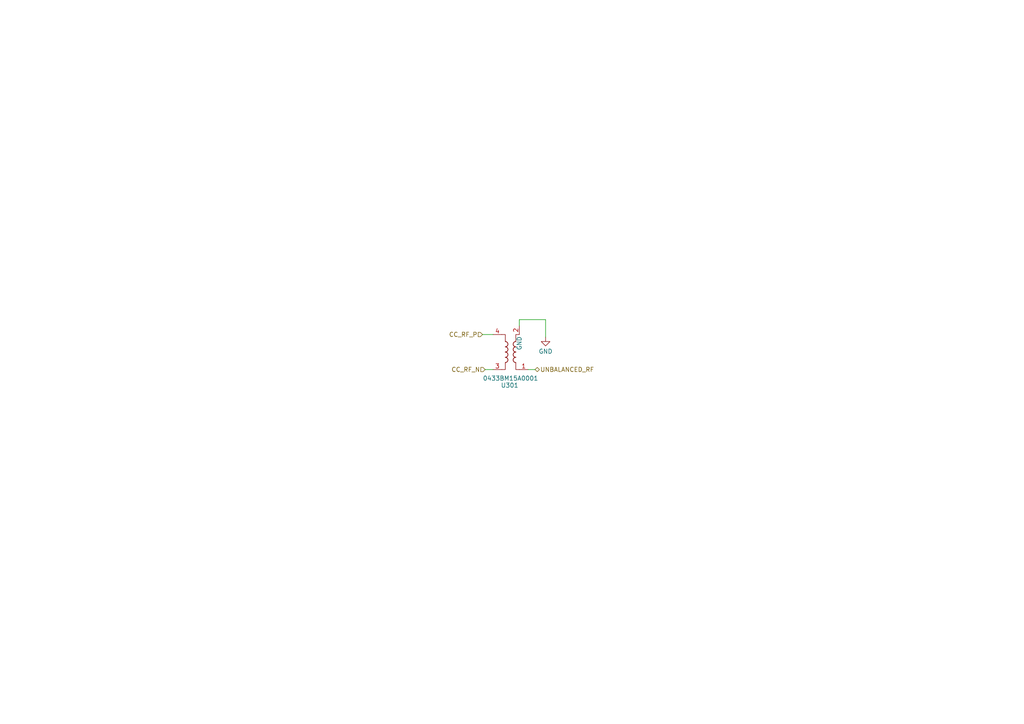
<source format=kicad_sch>
(kicad_sch (version 20230121) (generator eeschema)
  (paper "A4")
  (title_block (company "By: Atharva Kulkarni"))
  (lib_symbols
    (symbol "Transformer:0433BM15A0001"
      (property "Reference" "U" (at 0 6.35 0))
      (property "Value" "0433BM15A0001" (at 0 -7.62 0))
      (symbol "0433BM15A0001_1_1"
        (arc (start -1.524 -3.048) (mid -0.7653 -2.286) (end -1.524 -1.524) (stroke (width 0.2032)))
        (arc (start -1.524 -1.524) (mid -0.7653 -0.762) (end -1.524 0) (stroke (width 0.2032)))
        (arc (start -1.524 0) (mid -0.7653 0.762) (end -1.524 1.524) (stroke (width 0.2032)))
        (arc (start -1.524 1.524) (mid -0.7653 2.286) (end -1.524 3.048) (stroke (width 0.2032)))
        (polyline (pts (xy -2.54 5.08) (xy -1.524 5.08) (xy -1.524 3.048)) (stroke (width 0.1524)))
        (polyline (pts (xy -1.524 -3.048) (xy -1.524 -5.08) (xy -2.54 -5.08)) (stroke (width 0.1524)))
        (polyline (pts (xy 1.524 3.048) (xy 1.524 5.08) (xy 2.54 5.08)) (stroke (width 0.1524)))
        (polyline (pts (xy 2.54 -5.08) (xy 1.524 -5.08) (xy 1.524 -3.048)) (stroke (width 0.1524)))
        (arc (start 1.524 -1.524) (mid 0.7653 -2.286) (end 1.524 -3.048) (stroke (width 0.2032)))
        (arc (start 1.524 0) (mid 0.7653 -0.762) (end 1.524 -1.524) (stroke (width 0.2032)))
        (arc (start 1.524 1.524) (mid 0.7653 0.762) (end 1.524 0) (stroke (width 0.2032)))
        (arc (start 1.524 3.048) (mid 0.7653 2.286) (end 1.524 1.524) (stroke (width 0.2032)))
        (pin passive line (at -5.08 5.08 0) (length 2.54) (name "~") (number "1"))
        (pin power_in line (at -2.54 -7.62 90) (length 2.54) (name "GND") (number "2"))
        (pin passive line (at 5.08 5.08 180) (length 2.54) (name "~") (number "3"))
        (pin passive line (at 5.08 -5.08 180) (length 2.54) (name "~") (number "4"))
        (pin passive line (at -2.54 -7.62 90) (length 2.54) hide (name "GND") (number "5"))
        (pin passive line (at -2.54 -7.62 90) (length 2.54) hide (name "GND") (number "6"))
      )
    )
    (symbol "power:GND" (power) (pin_names (offset 0))
      (property "Value" "GND" (at 0 -3.81 0))
      (symbol "GND_0_1"
        (polyline (pts (xy 0 0) (xy 0 -1.27) (xy 1.27 -1.27) (xy 0 -2.54) (xy -1.27 -1.27) (xy 0 -1.27)))
      )
      (symbol "GND_1_1"
        (pin power_in line (at 0 0 270) (length 0) hide (name "GND") (number "1"))
      )
    )
  )
  (wire (pts (xy 150.622 92.71) (xy 158.242 92.71)))
  (wire (pts (xy 150.622 94.488) (xy 150.622 92.71)))
  (wire (pts (xy 139.954 97.028) (xy 143.002 97.028)))
  (wire (pts (xy 158.242 92.71) (xy 158.242 97.79)))
  (wire (pts (xy 153.162 107.188) (xy 155.194 107.188)))
  (wire (pts (xy 140.716 107.188) (xy 143.002 107.188)))
  (hierarchical_label "UNBALANCED_RF" (shape bidirectional) (at 155.194 107.188 0))
  (hierarchical_label "CC_RF_N" (shape input) (at 140.716 107.188 180))
  (hierarchical_label "CC_RF_P" (shape input) (at 139.954 97.028 180))
  (symbol (lib_id "Transformer:0433BM15A0001") (at 148.082 102.108 180) (unit 1)
    (property "Reference" "U301" (at 147.828 111.76 0))
    (property "Value" "0433BM15A0001" (at 148.082 109.728 0))
    (property "Footprint" "RF_Converter:Balun_Johanson_0896BM15A0001" (effects hide))
    (property "Datasheet" "https://www.johansontechnology.com/datasheets/0433BM15A0001/0433BM15A0001.pdf" (effects hide))
  )
  (symbol (lib_id "power:GND") (at 158.242 97.79 0) (unit 1)
    (property "Reference" "#PWR0301" (effects hide))
    (property "Value" "GND" (at 158.242 101.9255 0))
  )
)
</source>
